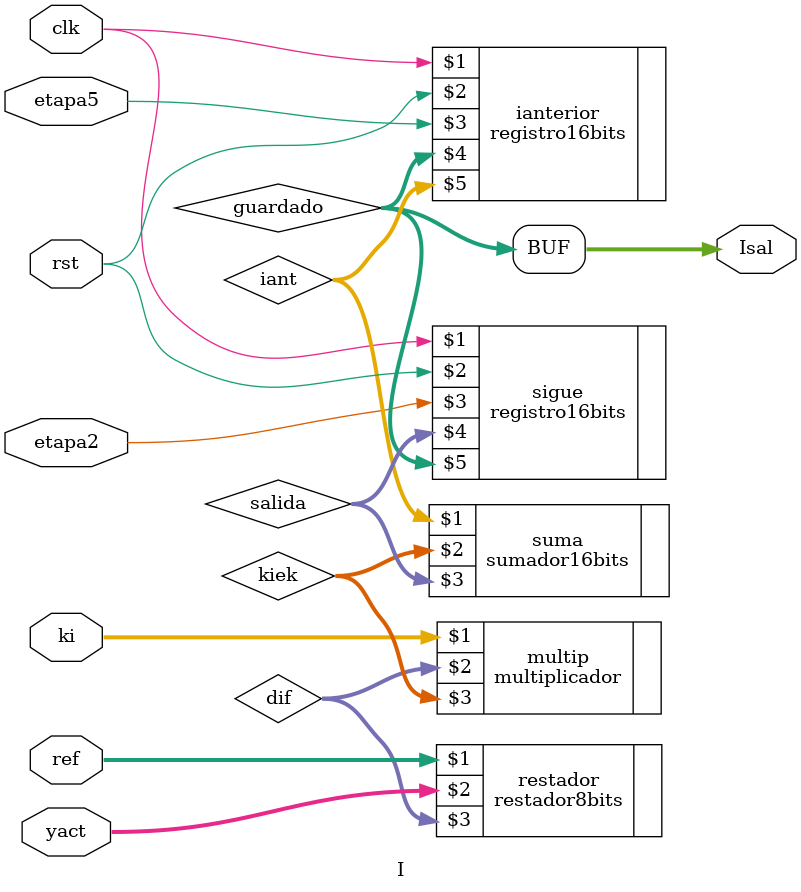
<source format=v>
`timescale 1ns / 1ps

module I(clk,rst,etapa5,etapa2,yact,ref,ki,Isal);
input clk,rst,etapa5,etapa2;
input [8:0]yact,ref,ki;
output wire[17:0] Isal;
wire [8:0]dif;
wire [17:0]kiek,iant,salida,guardado;
//////////////////////////////////////////////////////////////////////////////
restador8bits restador(ref,yact,dif);
multiplicador multip(ki,dif,kiek);
//////////////////////////////////////////////////////////////////////////////
sumador16bits suma(iant,kiek,salida);
registro16bits ianterior(clk,rst,etapa5,guardado,iant);
//////////////////////////////////////////////////////////////////////////////
registro16bits sigue(clk,rst,etapa2,salida,guardado);
assign Isal=guardado;
endmodule

</source>
